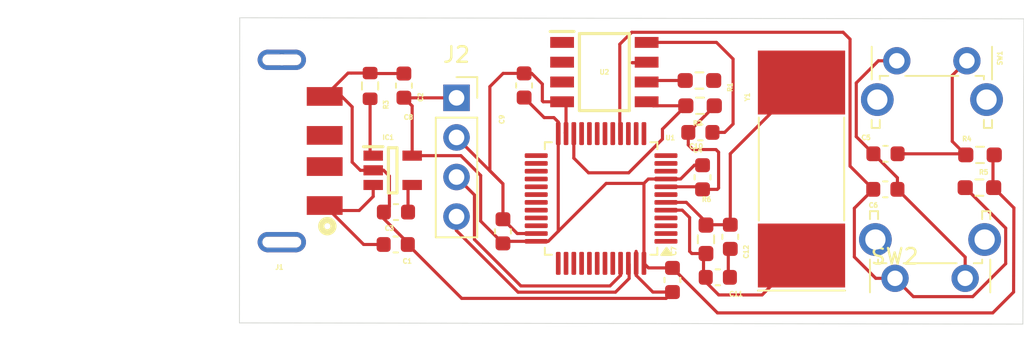
<source format=kicad_pcb>
(kicad_pcb (version 20240108) (generator "pcbnew") (generator_version "8.0")
  (layers (0 "F.Cu" signal) (31 "B.Cu" signal) (34 "B.Paste" user) (35 "F.Paste" user) (36 "B.SilkS" user "B.Silkscreen") (37 "F.SilkS" user "F.Silkscreen") (38 "B.Mask" user) (39 "F.Mask" user) (44 "Edge.Cuts" user))
  (net 0 "")
  (net 2 "GND")
  (net 3 "+3V3")
  (net 5 "/Oled_SDA")
  (net 6 "/Continue")
  (net 8 "/OSC_OUT")
  (net 11 "/EEPROM_SCL")
  (net 13 "/EEPROM_SDA")
  (net 23 "/Oled_SCL")
  (net 38 "/Reset")
  (net 40 "/OSC_IN")
  (net 43 "+5V")
  (net 44 "+3.3V")
  (net 45 "Net-(IC1-BP)")
  (net 50 "Net-(C11-Pad2)")
  (net 52 "unconnected-(U2-WP-Pad7)")
  (footprint "Capacitor_SMD:C_0603_1608Metric" (layer "F.Cu") (at 74.8975 57.5975 180)
    (property "Reference" "C4" (at 0.17 -1.14 360) (layer "F.SilkS") (effects (font (size 0.3 0.3) (thickness 0.075) (bold yes))))
    (property "Value" "1.1uF")
    (fp_line (start -0.14058 0.51) (end 0.14058 0.51) (stroke (width 0.12)) (layer "F.SilkS"))
    (fp_line (start -0.14058 -0.51) (end 0.14058 -0.51) (stroke (width 0.12)) (layer "F.SilkS"))
    (pad "1" smd roundrect (at -0.775 0 180) (size 0.9 0.95) (layers "F.Cu" "F.Paste" "F.Mask") (net 3 "+3V3"))
    (pad "2" smd roundrect (at 0.775 0 180) (size 0.9 0.95) (layers "F.Cu" "F.Paste" "F.Mask") (net 2 "GND"))
  )
  (footprint "Package_QFP:LQFP-48_7x7mm_P0.5mm" (layer "F.Cu") (at 68.5275 61.8375 180)
    (property "Reference" "U1" (at -4.4425 3.89 0) (layer "F.SilkS") (effects (font (size 0.3 0.3) (thickness 0.075))))
    (property "Value" "STM32F103C8Tx")
    (fp_line (start 3.61 3.61) (end 3.61 3.16) (stroke (width 0.12)) (layer "F.SilkS"))
    (fp_line (start 3.61 -3.61) (end 3.61 -3.16) (stroke (width 0.12)) (layer "F.SilkS"))
    (fp_line (start 3.16 3.61) (end 3.61 3.61) (stroke (width 0.12)) (layer "F.SilkS"))
    (fp_line (start 3.16 -3.61) (end 3.61 -3.61) (stroke (width 0.12)) (layer "F.SilkS"))
    (fp_line (start -3.16 3.61) (end -3.61 3.61) (stroke (width 0.12)) (layer "F.SilkS"))
    (fp_line (start -3.16 -3.61) (end -3.61 -3.61) (stroke (width 0.12)) (layer "F.SilkS"))
    (fp_line (start -3.61 3.61) (end -3.61 3.16) (stroke (width 0.12)) (layer "F.SilkS"))
    (fp_line (start -3.61 -3.61) (end -3.61 -3.16) (stroke (width 0.12)) (layer "F.SilkS"))
    (fp_poly (pts (xy -4.2 -3.16) (xy -4.54 -3.63) (xy -3.86 -3.63) (xy -4.2 -3.16)) (stroke (width 0.12)) (fill solid) (layer "F.SilkS"))
    (pad "1" smd roundrect (at -4.1625 -2.75 180) (size 1.475 0.3) (layers "F.Cu" "F.Paste" "F.Mask"))
    (pad "2" smd roundrect (at -4.1625 -2.25 180) (size 1.475 0.3) (layers "F.Cu" "F.Paste" "F.Mask"))
    (pad "3" smd roundrect (at -4.1625 -1.75 180) (size 1.475 0.3) (layers "F.Cu" "F.Paste" "F.Mask"))
    (pad "4" smd roundrect (at -4.1625 -1.25 180) (size 1.475 0.3) (layers "F.Cu" "F.Paste" "F.Mask"))
    (pad "5" smd roundrect (at -4.1625 -0.75 180) (size 1.475 0.3) (layers "F.Cu" "F.Paste" "F.Mask") (net 40 "/OSC_IN"))
    (pad "6" smd roundrect (at -4.1625 -0.25 180) (size 1.475 0.3) (layers "F.Cu" "F.Paste" "F.Mask") (net 8 "/OSC_OUT"))
    (pad "7" smd roundrect (at -4.1625 0.25 180) (size 1.475 0.3) (layers "F.Cu" "F.Paste" "F.Mask"))
    (pad "8" smd roundrect (at -4.1625 0.75 180) (size 1.475 0.3) (layers "F.Cu" "F.Paste" "F.Mask") (net 2 "GND"))
    (pad "9" smd roundrect (at -4.1625 1.25 180) (size 1.475 0.3) (layers "F.Cu" "F.Paste" "F.Mask") (net 44 "+3.3V"))
    (pad "10" smd roundrect (at -4.1625 1.75 180) (size 1.475 0.3) (layers "F.Cu" "F.Paste" "F.Mask"))
    (pad "11" smd roundrect (at -4.1625 2.25 180) (size 1.475 0.3) (layers "F.Cu" "F.Paste" "F.Mask"))
    (pad "12" smd roundrect (at -4.1625 2.75 180) (size 1.475 0.3) (layers "F.Cu" "F.Paste" "F.Mask"))
    (pad "13" smd roundrect (at -2.75 4.1625 180) (size 0.3 1.475) (layers "F.Cu" "F.Paste" "F.Mask"))
    (pad "14" smd roundrect (at -2.25 4.1625 180) (size 0.3 1.475) (layers "F.Cu" "F.Paste" "F.Mask"))
    (pad "15" smd roundrect (at -1.75 4.1625 180) (size 0.3 1.475) (layers "F.Cu" "F.Paste" "F.Mask") (net 38 "/Reset"))
    (pad "16" smd roundrect (at -1.25 4.1625 180) (size 0.3 1.475) (layers "F.Cu" "F.Paste" "F.Mask") (net 6 "/Continue"))
    (pad "17" smd roundrect (at -0.75 4.1625 180) (size 0.3 1.475) (layers "F.Cu" "F.Paste" "F.Mask"))
    (pad "18" smd roundrect (at -0.25 4.1625 180) (size 0.3 1.475) (layers "F.Cu" "F.Paste" "F.Mask"))
    (pad "19" smd roundrect (at 0.25 4.1625 180) (size 0.3 1.475) (layers "F.Cu" "F.Paste" "F.Mask"))
    (pad "20" smd roundrect (at 0.75 4.1625 180) (size 0.3 1.475) (layers "F.Cu" "F.Paste" "F.Mask"))
    (pad "21" smd roundrect (at 1.25 4.1625 180) (size 0.3 1.475) (layers "F.Cu" "F.Paste" "F.Mask") (net 11 "/EEPROM_SCL"))
    (pad "22" smd roundrect (at 1.75 4.1625 180) (size 0.3 1.475) (layers "F.Cu" "F.Paste" "F.Mask") (net 13 "/EEPROM_SDA"))
    (pad "23" smd roundrect (at 2.25 4.1625 180) (size 0.3 1.475) (layers "F.Cu" "F.Paste" "F.Mask") (net 2 "GND"))
    (pad "24" smd roundrect (at 2.75 4.1625 180) (size 0.3 1.475) (layers "F.Cu" "F.Paste" "F.Mask") (net 44 "+3.3V"))
    (pad "25" smd roundrect (at 4.1625 2.75 180) (size 1.475 0.3) (layers "F.Cu" "F.Paste" "F.Mask"))
    (pad "26" smd roundrect (at 4.1625 2.25 180) (size 1.475 0.3) (layers "F.Cu" "F.Paste" "F.Mask"))
    (pad "27" smd roundrect (at 4.1625 1.75 180) (size 1.475 0.3) (layers "F.Cu" "F.Paste" "F.Mask"))
    (pad "28" smd roundrect (at 4.1625 1.25 180) (size 1.475 0.3) (layers "F.Cu" "F.Paste" "F.Mask"))
    (pad "29" smd roundrect (at 4.1625 0.75 180) (size 1.475 0.3) (layers "F.Cu" "F.Paste" "F.Mask"))
    (pad "30" smd roundrect (at 4.1625 0.25 180) (size 1.475 0.3) (layers "F.Cu" "F.Paste" "F.Mask"))
    (pad "31" smd roundrect (at 4.1625 -0.25 180) (size 1.475 0.3) (layers "F.Cu" "F.Paste" "F.Mask"))
    (pad "32" smd roundrect (at 4.1625 -0.75 180) (size 1.475 0.3) (layers "F.Cu" "F.Paste" "F.Mask"))
    (pad "33" smd roundrect (at 4.1625 -1.25 180) (size 1.475 0.3) (layers "F.Cu" "F.Paste" "F.Mask"))
    (pad "34" smd roundrect (at 4.1625 -1.75 180) (size 1.475 0.3) (layers "F.Cu" "F.Paste" "F.Mask"))
    (pad "35" smd roundrect (at 4.1625 -2.25 180) (size 1.475 0.3) (layers "F.Cu" "F.Paste" "F.Mask") (net 2 "GND"))
    (pad "36" smd roundrect (at 4.1625 -2.75 180) (size 1.475 0.3) (layers "F.Cu" "F.Paste" "F.Mask") (net 44 "+3.3V"))
    (pad "37" smd roundrect (at 2.75 -4.1625 180) (size 0.3 1.475) (layers "F.Cu" "F.Paste" "F.Mask"))
    (pad "38" smd roundrect (at 2.25 -4.1625 180) (size 0.3 1.475) (layers "F.Cu" "F.Paste" "F.Mask"))
    (pad "39" smd roundrect (at 1.75 -4.1625 180) (size 0.3 1.475) (layers "F.Cu" "F.Paste" "F.Mask"))
    (pad "40" smd roundrect (at 1.25 -4.1625 180) (size 0.3 1.475) (layers "F.Cu" "F.Paste" "F.Mask"))
    (pad "41" smd roundrect (at 0.75 -4.1625 180) (size 0.3 1.475) (layers "F.Cu" "F.Paste" "F.Mask"))
    (pad "42" smd roundrect (at 0.25 -4.1625 180) (size 0.3 1.475) (layers "F.Cu" "F.Paste" "F.Mask"))
    (pad "43" smd roundrect (at -0.25 -4.1625 180) (size 0.3 1.475) (layers "F.Cu" "F.Paste" "F.Mask"))
    (pad "44" smd roundrect (at -0.75 -4.1625 180) (size 0.3 1.475) (layers "F.Cu" "F.Paste" "F.Mask"))
    (pad "45" smd roundrect (at -1.25 -4.1625 180) (size 0.3 1.475) (layers "F.Cu" "F.Paste" "F.Mask") (net 23 "/Oled_SCL"))
    (pad "46" smd roundrect (at -1.75 -4.1625 180) (size 0.3 1.475) (layers "F.Cu" "F.Paste" "F.Mask") (net 5 "/Oled_SDA"))
    (pad "47" smd roundrect (at -2.25 -4.1625 180) (size 0.3 1.475) (layers "F.Cu" "F.Paste" "F.Mask") (net 2 "GND"))
    (pad "48" smd roundrect (at -2.75 -4.1625 180) (size 0.3 1.475) (layers "F.Cu" "F.Paste" "F.Mask") (net 44 "+3.3V"))
  )
  (footprint "Connector_PinSocket_2.54mm:PinSocket_1x04_P2.54mm_Vertical" (layer "F.Cu") (at 59.25 55.38)
    (property "Reference" "J2" (at 0 -2.77 360) (layer "F.SilkS"))
    (property "Value" "Conn_01x04_Pin")
    (fp_line (start -1.33 1.27) (end -1.33 8.95) (stroke (width 0.12)) (layer "F.SilkS"))
    (fp_line (start -1.33 1.27) (end 1.33 1.27) (stroke (width 0.12)) (layer "F.SilkS"))
    (fp_line (start -1.33 8.95) (end 1.33 8.95) (stroke (width 0.12)) (layer "F.SilkS"))
    (fp_line (start 0 -1.33) (end 1.33 -1.33) (stroke (width 0.12)) (layer "F.SilkS"))
    (fp_line (start 1.33 -1.33) (end 1.33 0) (stroke (width 0.12)) (layer "F.SilkS"))
    (fp_line (start 1.33 1.27) (end 1.33 8.95) (stroke (width 0.12)) (layer "F.SilkS"))
    (pad "1" thru_hole rect (at 0 0) (size 1.7 1.7) (drill 1) (layers "*.Cu" "*.Mask") (net 44 "+3.3V"))
    (pad "2" thru_hole oval (at 0 2.54) (size 1.7 1.7) (drill 1) (layers "*.Cu" "*.Mask") (net 2 "GND"))
    (pad "3" thru_hole oval (at 0 5.08) (size 1.7 1.7) (drill 1) (layers "*.Cu" "*.Mask") (net 23 "/Oled_SCL"))
    (pad "4" thru_hole oval (at 0 7.62) (size 1.7 1.7) (drill 1) (layers "*.Cu" "*.Mask") (net 5 "/Oled_SDA"))
  )
  (footprint "Resistor_SMD:R_0603_1608Metric_Pad0.98x0.95mm_HandSolder" (layer "F.Cu") (at 74.8375 54.2675 180)
    (property "Reference" "R1" (at -1.97 -0.43 90) (layer "F.SilkS") (effects (font (size 0.3 0.3) (thickness 0.075) (bold yes))))
    (property "Value" "10K")
    (fp_line (start -0.254724 0.5225) (end 0.254724 0.5225) (stroke (width 0.12)) (layer "F.SilkS"))
    (fp_line (start -0.254724 -0.5225) (end 0.254724 -0.5225) (stroke (width 0.12)) (layer "F.SilkS"))
    (pad "1" smd roundrect (at -0.9125 0 180) (size 0.975 0.95) (layers "F.Cu" "F.Paste" "F.Mask") (net 2 "GND"))
    (pad "2" smd roundrect (at 0.9125 0 180) (size 0.975 0.95) (layers "F.Cu" "F.Paste" "F.Mask") (net 11 "/EEPROM_SCL"))
  )
  (footprint "Capacitor_SMD:C_0603_1608Metric" (layer "F.Cu") (at 55.8739 54.5951 90)
    (property "Reference" "C2" (at -0.745 1.07 90) (layer "F.SilkS") (effects (font (size 0.3 0.3) (thickness 0.075))))
    (property "Value" "2.2uF")
    (fp_line (start -0.14058 -0.51) (end 0.14058 -0.51) (stroke (width 0.12)) (layer "F.SilkS"))
    (fp_line (start -0.14058 0.51) (end 0.14058 0.51) (stroke (width 0.12)) (layer "F.SilkS"))
    (pad "1" smd roundrect (at -0.775 0 90) (size 0.9 0.95) (layers "F.Cu" "F.Paste" "F.Mask") (net 44 "+3.3V"))
    (pad "2" smd roundrect (at 0.775 0 90) (size 0.9 0.95) (layers "F.Cu" "F.Paste" "F.Mask") (net 2 "GND"))
  )
  (footprint "Capacitor_SMD:C_0603_1608Metric" (layer "F.Cu") (at 75.0375 60.4775 -90)
    (property "Reference" "C10" (at -1.99 0.41 180) (layer "F.SilkS") (effects (font (size 0.3 0.3) (thickness 0.075))))
    (property "Value" "100 nF")
    (fp_line (start -0.14058 0.51) (end 0.14058 0.51) (stroke (width 0.12)) (layer "F.SilkS"))
    (fp_line (start -0.14058 -0.51) (end 0.14058 -0.51) (stroke (width 0.12)) (layer "F.SilkS"))
    (pad "1" smd roundrect (at -0.775 0 270) (size 0.9 0.95) (layers "F.Cu" "F.Paste" "F.Mask") (net 44 "+3.3V"))
    (pad "2" smd roundrect (at 0.775 0 270) (size 0.9 0.95) (layers "F.Cu" "F.Paste" "F.Mask") (net 2 "GND"))
  )
  (footprint "Capacitor_SMD:C_0603_1608Metric" (layer "F.Cu") (at 55.3489 64.7901)
    (property "Reference" "C1" (at 0.74 1.07 0) (layer "F.SilkS") (effects (font (size 0.3 0.3) (thickness 0.075) (bold yes))))
    (property "Value" "2.2uF")
    (fp_line (start -0.14058 -0.51) (end 0.14058 -0.51) (stroke (width 0.12)) (layer "F.SilkS"))
    (fp_line (start -0.14058 0.51) (end 0.14058 0.51) (stroke (width 0.12)) (layer "F.SilkS"))
    (pad "1" smd roundrect (at -0.775 0) (size 0.9 0.95) (layers "F.Cu" "F.Paste" "F.Mask") (net 43 "+5V"))
    (pad "2" smd roundrect (at 0.775 0) (size 0.9 0.95) (layers "F.Cu" "F.Paste" "F.Mask") (net 2 "GND"))
  )
  (footprint "Resistor_SMD:R_0603_1608Metric_Pad0.98x0.95mm_HandSolder" (layer "F.Cu") (at 92.8425 59.04125 180)
    (property "Reference" "R4" (at 0.8425 1.03 360) (layer "F.SilkS") (effects (font (size 0.3 0.3) (thickness 0.075))))
    (property "Value" "10k")
    (fp_line (start -0.254724 0.5225) (end 0.254724 0.5225) (stroke (width 0.12)) (layer "F.SilkS"))
    (fp_line (start -0.254724 -0.5225) (end 0.254724 -0.5225) (stroke (width 0.12)) (layer "F.SilkS"))
    (pad "1" smd roundrect (at -0.9125 0 180) (size 0.975 0.95) (layers "F.Cu" "F.Paste" "F.Mask") (net 44 "+3.3V"))
    (pad "2" smd roundrect (at 0.9125 0 180) (size 0.975 0.95) (layers "F.Cu" "F.Paste" "F.Mask") (net 38 "/Reset"))
  )
  (footprint "Button_Switch_THT:SW_Tactile_SPST_Angled_PTS645Vx39-2LFS" (layer "F.Cu") (at 91.89 66.96125 180)
    (property "Reference" "SW2" (at 4.525 1.4025 180) (layer "F.SilkS"))
    (property "Value" "Continue")
    (fp_line (start 6.11 3.8) (end 6.11 4.31) (stroke (width 0.12)) (layer "F.SilkS"))
    (fp_line (start 6.11 -0.9) (end 6.11 1.2) (stroke (width 0.12)) (layer "F.SilkS"))
    (fp_line (start 5.59 4.31) (end 6.11 4.31) (stroke (width 0.12)) (layer "F.SilkS"))
    (fp_line (start 5.59 3.8) (end 5.59 4.31) (stroke (width 0.12)) (layer "F.SilkS"))
    (fp_line (start 5.59 0.97) (end 5.59 1.2) (stroke (width 0.12)) (layer "F.SilkS"))
    (fp_line (start 5.05 0.97) (end 5.59 0.97) (stroke (width 0.12)) (layer "F.SilkS"))
    (fp_line (start 0.55 0.97) (end 3.95 0.97) (stroke (width 0.12)) (layer "F.SilkS"))
    (fp_line (start -1.09 3.8) (end -1.09 4.31) (stroke (width 0.12)) (layer "F.SilkS"))
    (fp_line (start -1.09 0.97) (end -0.55 0.97) (stroke (width 0.12)) (layer "F.SilkS"))
    (fp_line (start -1.09 0.97) (end -1.09 1.2) (stroke (width 0.12)) (layer "F.SilkS"))
    (fp_line (start -1.61 4.31) (end -1.09 4.31) (stroke (width 0.12)) (layer "F.SilkS"))
    (fp_line (start -1.61 3.8) (end -1.61 4.31) (stroke (width 0.12)) (layer "F.SilkS"))
    (fp_line (start -1.61 -0.9) (end -1.61 1.2) (stroke (width 0.12)) (layer "F.SilkS"))
    (pad "" thru_hole circle (at -1.25 2.49 180) (size 2.1 2.1) (drill 1.3) (layers "*.Cu" "*.Mask"))
    (pad "" thru_hole circle (at 5.76 2.49 180) (size 2.1 2.1) (drill 1.3) (layers "*.Cu" "*.Mask"))
    (pad "1" thru_hole circle (at 0 0 180) (size 1.75 1.75) (drill 0.99) (layers "*.Cu" "*.Mask") (net 2 "GND"))
    (pad "2" thru_hole circle (at 4.5 0 180) (size 1.75 1.75) (drill 0.99) (layers "*.Cu" "*.Mask") (net 6 "/Continue"))
  )
  (footprint "Capacitor_SMD:C_0603_1608Metric" (layer "F.Cu") (at 76.8175 64.2975 90)
    (property "Reference" "C12" (at -0.96 1.02 -90) (layer "F.SilkS") (effects (font (size 0.3 0.3) (thickness 0.075))))
    (property "Value" "C_Small")
    (fp_line (start -0.14058 -0.51) (end 0.14058 -0.51) (stroke (width 0.12)) (layer "F.SilkS"))
    (fp_line (start -0.14058 0.51) (end 0.14058 0.51) (stroke (width 0.12)) (layer "F.SilkS"))
    (pad "1" smd roundrect (at -0.775 0 90) (size 0.9 0.95) (layers "F.Cu" "F.Paste" "F.Mask") (net 50 "Net-(C11-Pad2)"))
    (pad "2" smd roundrect (at 0.775 0 90) (size 0.9 0.95) (layers "F.Cu" "F.Paste" "F.Mask") (net 8 "/OSC_OUT"))
  )
  (footprint "Capacitor_SMD:C_0603_1608Metric" (layer "F.Cu") (at 86.7775 58.97125 180)
    (property "Reference" "C5" (at 1.25 1.04 360) (layer "F.SilkS") (effects (font (size 0.3 0.3) (thickness 0.075))))
    (property "Value" "10uF")
    (fp_line (start -0.14058 0.51) (end 0.14058 0.51) (stroke (width 0.12)) (layer "F.SilkS"))
    (fp_line (start -0.14058 -0.51) (end 0.14058 -0.51) (stroke (width 0.12)) (layer "F.SilkS"))
    (pad "1" smd roundrect (at -0.775 0 180) (size 0.9 0.95) (layers "F.Cu" "F.Paste" "F.Mask") (net 38 "/Reset"))
    (pad "2" smd roundrect (at 0.775 0 180) (size 0.9 0.95) (layers "F.Cu" "F.Paste" "F.Mask") (net 2 "GND"))
  )
  (footprint "Button_Switch_THT:SW_Tactile_SPST_Angled_PTS645Vx39-2LFS" (layer "F.Cu") (at 87.5025 53.00125)
    (property "Reference" "SW1" (at 6.62 -0.17 90) (layer "F.SilkS") (effects (font (size 0.3 0.3) (thickness 0.075))))
    (property "Value" "Reset")
    (fp_line (start -1.61 -0.9) (end -1.61 1.2) (stroke (width 0.12)) (layer "F.SilkS"))
    (fp_line (start -1.61 3.8) (end -1.61 4.31) (stroke (width 0.12)) (layer "F.SilkS"))
    (fp_line (start -1.61 4.31) (end -1.09 4.31) (stroke (width 0.12)) (layer "F.SilkS"))
    (fp_line (start -1.09 0.97) (end -1.09 1.2) (stroke (width 0.12)) (layer "F.SilkS"))
    (fp_line (start -1.09 0.97) (end -0.55 0.97) (stroke (width 0.12)) (layer "F.SilkS"))
    (fp_line (start -1.09 3.8) (end -1.09 4.31) (stroke (width 0.12)) (layer "F.SilkS"))
    (fp_line (start 0.55 0.97) (end 3.95 0.97) (stroke (width 0.12)) (layer "F.SilkS"))
    (fp_line (start 5.05 0.97) (end 5.59 0.97) (stroke (width 0.12)) (layer "F.SilkS"))
    (fp_line (start 5.59 0.97) (end 5.59 1.2) (stroke (width 0.12)) (layer "F.SilkS"))
    (fp_line (start 5.59 3.8) (end 5.59 4.31) (stroke (width 0.12)) (layer "F.SilkS"))
    (fp_line (start 5.59 4.31) (end 6.11 4.31) (stroke (width 0.12)) (layer "F.SilkS"))
    (fp_line (start 6.11 -0.9) (end 6.11 1.2) (stroke (width 0.12)) (layer "F.SilkS"))
    (fp_line (start 6.11 3.8) (end 6.11 4.31) (stroke (width 0.12)) (layer "F.SilkS"))
    (pad "" thru_hole circle (at -1.25 2.49) (size 2.1 2.1) (drill 1.3) (layers "*.Cu" "*.Mask"))
    (pad "" thru_hole circle (at 5.76 2.49) (size 2.1 2.1) (drill 1.3) (layers "*.Cu" "*.Mask"))
    (pad "1" thru_hole circle (at 0 0) (size 1.75 1.75) (drill 0.99) (layers "*.Cu" "*.Mask") (net 2 "GND"))
    (pad "2" thru_hole circle (at 4.5 0) (size 1.75 1.75) (drill 0.99) (layers "*.Cu" "*.Mask") (net 38 "/Reset"))
  )
  (footprint "Resistor_SMD:R_0603_1608Metric_Pad0.98x0.95mm_HandSolder" (layer "F.Cu") (at 75.2575 64.4575 90)
    (property "Reference" "R6" (at 2.5575 0.04 180) (layer "F.SilkS") (effects (font (size 0.3 0.3) (thickness 0.075))))
    (property "Value" "R")
    (fp_line (start -0.254724 -0.5225) (end 0.254724 -0.5225) (stroke (width 0.12)) (layer "F.SilkS"))
    (fp_line (start -0.254724 0.5225) (end 0.254724 0.5225) (stroke (width 0.12)) (layer "F.SilkS"))
    (pad "1" smd roundrect (at -0.9125 0 90) (size 0.975 0.95) (layers "F.Cu" "F.Paste" "F.Mask") (net 40 "/OSC_IN"))
    (pad "2" smd roundrect (at 0.9125 0 90) (size 0.975 0.95) (layers "F.Cu" "F.Paste" "F.Mask") (net 8 "/OSC_OUT"))
  )
  (footprint "Capacitor_SMD:C_0603_1608Metric" (layer "F.Cu") (at 55.3639 62.7101 180)
    (property "Reference" "C3" (at 0.42 -1.04 0) (layer "F.SilkS") (effects (font (size 0.3 0.3) (thickness 0.075) (bold yes))))
    (property "Value" "22nF")
    (fp_line (start -0.14058 0.51) (end 0.14058 0.51) (stroke (width 0.12)) (layer "F.SilkS"))
    (fp_line (start -0.14058 -0.51) (end 0.14058 -0.51) (stroke (width 0.12)) (layer "F.SilkS"))
    (pad "1" smd roundrect (at -0.775 0 180) (size 0.9 0.95) (layers "F.Cu" "F.Paste" "F.Mask") (net 45 "Net-(IC1-BP)"))
    (pad "2" smd roundrect (at 0.775 0 180) (size 0.9 0.95) (layers "F.Cu" "F.Paste" "F.Mask") (net 2 "GND"))
  )
  (footprint "Capacitor_SMD:C_0603_1608Metric" (layer "F.Cu") (at 86.7675 61.25125)
    (property "Reference" "C6" (at -0.77 1.02 360) (layer "F.SilkS") (effects (font (size 0.3 0.3) (thickness 0.075))))
    (property "Value" "10uF")
    (fp_line (start -0.14058 -0.51) (end 0.14058 -0.51) (stroke (width 0.12)) (layer "F.SilkS"))
    (fp_line (start -0.14058 0.51) (end 0.14058 0.51) (stroke (width 0.12)) (layer "F.SilkS"))
    (pad "1" smd roundrect (at -0.775 0) (size 0.9 0.95) (layers "F.Cu" "F.Paste" "F.Mask") (net 6 "/Continue"))
    (pad "2" smd roundrect (at 0.775 0) (size 0.9 0.95) (layers "F.Cu" "F.Paste" "F.Mask") (net 2 "GND"))
  )
  (footprint "Capacitor_SMD:C_0603_1608Metric" (layer "F.Cu") (at 62.23 63.945 90)
    (property "Reference" "C8" (at 7.32 -6.0675 360) (layer "F.SilkS") (effects (font (size 0.3 0.3) (thickness 0.075))))
    (property "Value" "100 nF")
    (fp_line (start -0.14058 -0.51) (end 0.14058 -0.51) (stroke (width 0.12)) (layer "F.SilkS"))
    (fp_line (start -0.14058 0.51) (end 0.14058 0.51) (stroke (width 0.12)) (layer "F.SilkS"))
    (pad "1" smd roundrect (at -0.775 0 90) (size 0.9 0.95) (layers "F.Cu" "F.Paste" "F.Mask") (net 44 "+3.3V"))
    (pad "2" smd roundrect (at 0.775 0 90) (size 0.9 0.95) (layers "F.Cu" "F.Paste" "F.Mask") (net 2 "GND"))
  )
  (footprint "KiCad:SOT94P279X130-5N" (layer "F.Cu") (at 55.1539 60.0301)
    (property "Reference" "IC1" (at -0.29 -2.11 0) (layer "F.SilkS") (effects (font (size 0.3 0.3))))
    (property "Value" "RT9193-33GB" (hide yes))
    (fp_line (start -1.875 -1.514) (end -0.625 -1.514) (stroke (width 0.2)) (layer "F.SilkS"))
    (fp_line (start -0.275 -1.448) (end 0.275 -1.448) (stroke (width 0.2)) (layer "F.SilkS"))
    (fp_line (start -0.275 1.448) (end -0.275 -1.448) (stroke (width 0.2)) (layer "F.SilkS"))
    (fp_line (start 0.275 -1.448) (end 0.275 1.448) (stroke (width 0.2)) (layer "F.SilkS"))
    (fp_line (start 0.275 1.448) (end -0.275 1.448) (stroke (width 0.2)) (layer "F.SilkS"))
    (pad "1" smd rect (at -1.25 -0.94 90) (size 0.65 1.25) (layers "F.Cu" "F.Paste" "F.Mask") (net 43 "+5V"))
    (pad "2" smd rect (at -1.25 0 90) (size 0.65 1.25) (layers "F.Cu" "F.Paste" "F.Mask") (net 2 "GND"))
    (pad "3" smd rect (at -1.25 0.94 90) (size 0.65 1.25) (layers "F.Cu" "F.Paste" "F.Mask") (net 43 "+5V"))
    (pad "4" smd rect (at 1.25 0.94 90) (size 0.65 1.25) (layers "F.Cu" "F.Paste" "F.Mask") (net 45 "Net-(IC1-BP)"))
    (pad "5" smd rect (at 1.25 -0.94 90) (size 0.65 1.25) (layers "F.Cu" "F.Paste" "F.Mask") (net 44 "+3.3V"))
  )
  (footprint "Crystal:Crystal_SMD_SeikoEpson_MA505-2Pin_12.7x5.1mm" (layer "F.Cu") (at 81.3875 59.9475 90)
    (property "Reference" "Y1" (at 4.62 -3.47 90) (layer "F.SilkS") (effects (font (size 0.3 0.3) (thickness 0.075))))
    (property "Value" "Crystal")
    (fp_line (start -7.8 -2.8) (end -7.8 2.8) (stroke (width 0.12)) (layer "F.SilkS"))
    (fp_line (start -3.3 -2.74) (end 3.3 -2.74) (stroke (width 0.12)) (layer "F.SilkS"))
    (fp_line (start -3.3 2.74) (end 3.3 2.74) (stroke (width 0.12)) (layer "F.SilkS"))
    (pad "1" smd rect (at -5.55 0 90) (size 4.1 5.6) (layers "F.Cu" "F.Paste" "F.Mask") (net 40 "/OSC_IN"))
    (pad "2" smd rect (at 5.55 0 90) (size 4.1 5.6) (layers "F.Cu" "F.Paste" "F.Mask") (net 8 "/OSC_OUT"))
  )
  (footprint "Capacitor_SMD:C_0603_1608Metric" (layer "F.Cu") (at 73.1075 67.0675 -90)
    (property "Reference" "C7" (at -1.855 -0.09 90) (layer "F.SilkS") (effects (font (size 0.3 0.3) (thickness 0.075))))
    (property "Value" "100nF")
    (fp_line (start -0.14058 0.51) (end 0.14058 0.51) (stroke (width 0.12)) (layer "F.SilkS"))
    (fp_line (start -0.14058 -0.51) (end 0.14058 -0.51) (stroke (width 0.12)) (layer "F.SilkS"))
    (pad "1" smd roundrect (at -0.775 0 270) (size 0.9 0.95) (layers "F.Cu" "F.Paste" "F.Mask") (net 44 "+3.3V"))
    (pad "2" smd roundrect (at 0.775 0 270) (size 0.9 0.95) (layers "F.Cu" "F.Paste" "F.Mask") (net 2 "GND"))
  )
  (footprint "Capacitor_SMD:C_0603_1608Metric" (layer "F.Cu") (at 76.0175 66.8975)
    (property "Reference" "C11" (at 1.17 1.07 180) (layer "F.SilkS") (effects (font (size 0.3 0.3) (thickness 0.075))))
    (property "Value" "C_Small")
    (fp_line (start -0.14058 -0.51) (end 0.14058 -0.51) (stroke (width 0.12)) (layer "F.SilkS"))
    (fp_line (start -0.14058 0.51) (end 0.14058 0.51) (stroke (width 0.12)) (layer "F.SilkS"))
    (pad "1" smd roundrect (at -0.775 0) (size 0.9 0.95) (layers "F.Cu" "F.Paste" "F.Mask") (net 40 "/OSC_IN"))
    (pad "2" smd roundrect (at 0.775 0) (size 0.9 0.95) (layers "F.Cu" "F.Paste" "F.Mask") (net 50 "Net-(C11-Pad2)"))
  )
  (footprint "Resistor_SMD:R_0603_1608Metric" (layer "F.Cu") (at 53.7039 54.6151 90)
    (property "Reference" "R3" (at -1.205 1.02 -90) (layer "F.SilkS") (effects (font (size 0.3 0.3) (thickness 0.075))))
    (property "Value" "100k")
    (fp_line (start -0.237258 -0.5225) (end 0.237258 -0.5225) (stroke (width 0.12)) (layer "F.SilkS"))
    (fp_line (start -0.237258 0.5225) (end 0.237258 0.5225) (stroke (width 0.12)) (layer "F.SilkS"))
    (pad "1" smd roundrect (at -0.825 0 90) (size 0.8 0.95) (layers "F.Cu" "F.Paste" "F.Mask") (net 43 "+5V"))
    (pad "2" smd roundrect (at 0.825 0 90) (size 0.8 0.95) (layers "F.Cu" "F.Paste" "F.Mask") (net 2 "GND"))
  )
  (footprint "Resistor_SMD:R_0603_1608Metric_Pad0.98x0.95mm_HandSolder" (layer "F.Cu") (at 92.805 61.14125 180)
    (property "Reference" "R5" (at -0.2725 0.99 360) (layer "F.SilkS") (effects (font (size 0.3 0.3) (thickness 0.075))))
    (property "Value" "10k")
    (fp_line (start -0.254724 0.5225) (end 0.254724 0.5225) (stroke (width 0.12)) (layer "F.SilkS"))
    (fp_line (start -0.254724 -0.5225) (end 0.254724 -0.5225) (stroke (width 0.12)) (layer "F.SilkS"))
    (pad "1" smd roundrect (at -0.9125 0 180) (size 0.975 0.95) (layers "F.Cu" "F.Paste" "F.Mask") (net 44 "+3.3V"))
    (pad "2" smd roundrect (at 0.9125 0 180) (size 0.975 0.95) (layers "F.Cu" "F.Paste" "F.Mask") (net 6 "/Continue"))
  )
  (footprint "Resistor_SMD:R_0603_1608Metric_Pad0.98x0.95mm_HandSolder" (layer "F.Cu") (at 74.8775 55.8875 180)
    (property "Reference" "R2" (at 0.16 -1.13 360) (layer "F.SilkS") (effects (font (size 0.3 0.3) (thickness 0.075) (bold yes))))
    (property "Value" "10K")
    (fp_line (start -0.254724 0.5225) (end 0.254724 0.5225) (stroke (width 0.12)) (layer "F.SilkS"))
    (fp_line (start -0.254724 -0.5225) (end 0.254724 -0.5225) (stroke (width 0.12)) (layer "F.SilkS"))
    (pad "1" smd roundrect (at -0.9125 0 180) (size 0.975 0.95) (layers "F.Cu" "F.Paste" "F.Mask") (net 2 "GND"))
    (pad "2" smd roundrect (at 0.9125 0 180) (size 0.975 0.95) (layers "F.Cu" "F.Paste" "F.Mask") (net 13 "/EEPROM_SDA"))
  )
  (footprint "USBA_Male:USBA_Male" (layer "F.Cu") (at 48.04 58.79 -90)
    (property "Reference" "J1" (at 7.4601 0.1561 0) (layer "F.SilkS") (effects (font (size 0.3 0.3) (thickness 0.075) (bold yes))))
    (property "Value" "USB1061-XX-X-X_REVA")
    (fp_line (start -6.35 0.9) (end -6.35 -0.9) (stroke (width 0.3)) (layer "F.Cu"))
    (fp_line (start 5.35 0.9) (end 5.35 -0.9) (stroke (width 0.3)) (layer "F.Cu"))
    (fp_line (start -5.35 -0.9) (end -5.35 0.9) (stroke (width 0.3)) (layer "F.Cu"))
    (fp_line (start 6.35 -0.9) (end 6.35 0.9) (stroke (width 0.3)) (layer "F.Cu"))
    (fp_arc (start -5.85 1.4) (mid -6.203553 1.253553) (end -6.35 0.9) (stroke (width 0.3)) (layer "F.Cu"))
    (fp_arc (start 5.85 1.4) (mid 5.496447 1.253553) (end 5.35 0.9) (stroke (width 0.3)) (layer "F.Cu"))
    (fp_arc (start -5.35 0.9) (mid -5.496447 1.253553) (end -5.85 1.4) (stroke (width 0.3)) (layer "F.Cu"))
    (fp_arc (start 6.35 0.9) (mid 6.203553 1.253553) (end 5.85 1.4) (stroke (width 0.3)) (layer "F.Cu"))
    (fp_arc (start -6.35 -0.9) (mid -6.203553 -1.253553) (end -5.85 -1.4) (stroke (width 0.3)) (layer "F.Cu"))
    (fp_arc (start 5.35 -0.9) (mid 5.496447 -1.253553) (end 5.85 -1.4) (stroke (width 0.3)) (layer "F.Cu"))
    (fp_arc (start -5.85 -1.4) (mid -5.496447 -1.253553) (end -5.35 -0.9) (stroke (width 0.3)) (layer "F.Cu"))
    (fp_arc (start 5.85 -1.4) (mid 6.203553 -1.253553) (end 6.35 -0.9) (stroke (width 0.3)) (layer "F.Cu"))
    (fp_line (start -6.35 0.9) (end -6.35 -0.9) (stroke (width 0.3)) (layer "B.Cu"))
    (fp_line (start 5.35 0.9) (end 5.35 -0.9) (stroke (width 0.3)) (layer "B.Cu"))
    (fp_line (start -5.35 -0.9) (end -5.35 0.9) (stroke (width 0.3)) (layer "B.Cu"))
    (fp_line (start 6.35 -0.9) (end 6.35 0.9) (stroke (width 0.3)) (layer "B.Cu"))
    (fp_arc (start -5.85 1.4) (mid -6.203553 1.253553) (end -6.35 0.9) (stroke (width 0.3)) (layer "B.Cu"))
    (fp_arc (start 5.85 1.4) (mid 5.496447 1.253553) (end 5.35 0.9) (stroke (width 0.3)) (layer "B.Cu"))
    (fp_arc (start -5.35 0.9) (mid -5.496447 1.253553) (end -5.85 1.4) (stroke (width 0.3)) (layer "B.Cu"))
    (fp_arc (start 6.35 0.9) (mid 6.203553 1.253553) (end 5.85 1.4) (stroke (width 0.3)) (layer "B.Cu"))
    (fp_arc (start -6.35 -0.9) (mid -6.203553 -1.253553) (end -5.85 -1.4) (stroke (width 0.3)) (layer "B.Cu"))
    (fp_arc (start 5.35 -0.9) (mid 5.496447 -1.253553) (end 5.85 -1.4) (stroke (width 0.3)) (layer "B.Cu"))
    (fp_arc (start -5.85 -1.4) (mid -5.496447 -1.253553) (end -5.35 -0.9) (stroke (width 0.3)) (layer "B.Cu"))
    (fp_arc (start 5.85 -1.4) (mid 6.203553 -1.253553) (end 6.35 -0.9) (stroke (width 0.3)) (layer "B.Cu"))
    (fp_circle (center 4.826 -2.921) (end 5.019441 -2.921) (stroke (width 0.4)) (fill none) (layer "F.SilkS"))
    (fp_line (start -6.2 0.9) (end -6.2 -0.9) (stroke (width 0.01)) (layer "Edge.Cuts"))
    (fp_line (start 5.5 0.9) (end 5.5 -0.9) (stroke (width 0.01)) (layer "Edge.Cuts"))
    (fp_line (start -5.5 -0.9) (end -5.5 0.9) (stroke (width 0.01)) (layer "Edge.Cuts"))
    (fp_line (start 6.2 -0.9) (end 6.2 0.9) (stroke (width 0.01)) (layer "Edge.Cuts"))
    (fp_arc (start -5.85 1.25) (mid -6.097487 1.147487) (end -6.2 0.9) (stroke (width 0.01)) (layer "Edge.Cuts"))
    (fp_arc (start 5.85 1.25) (mid 5.602513 1.147487) (end 5.5 0.9) (stroke (width 0.01)) (layer "Edge.Cuts"))
    (fp_arc (start -5.5 0.9) (mid -5.602513 1.147487) (end -5.85 1.25) (stroke (width 0.01)) (layer "Edge.Cuts"))
    (fp_arc (start 6.2 0.9) (mid 6.097487 1.147487) (end 5.85 1.25) (stroke (width 0.01)) (layer "Edge.Cuts"))
    (fp_arc (start -6.2 -0.9) (mid -6.097487 -1.147487) (end -5.85 -1.25) (stroke (width 0.01)) (layer "Edge.Cuts"))
    (fp_arc (start 5.5 -0.9) (mid 5.602513 -1.147487) (end 5.85 -1.25) (stroke (width 0.01)) (layer "Edge.Cuts"))
    (fp_arc (start -5.85 -1.25) (mid -5.602513 -1.147487) (end -5.5 -0.9) (stroke (width 0.01)) (layer "Edge.Cuts"))
    (fp_arc (start 5.85 -1.25) (mid 6.097487 -1.147487) (end 6.2 -0.9) (stroke (width 0.01)) (layer "Edge.Cuts"))
    (pad "" np_thru_hole circle (at -5.85 0 270) (size 0.7 0.7) (drill 0.7) (layers "*.Cu" "*.Mask"))
    (pad "" np_thru_hole circle (at -2.25 0 270) (size 1.1 1.1) (drill 1.1) (layers "*.Cu" "*.Mask"))
    (pad "" np_thru_hole circle (at 2.25 0 270) (size 1.1 1.1) (drill 1.1) (layers "*.Cu" "*.Mask"))
    (pad "" np_thru_hole circle (at 5.85 0 270) (size 0.3 0.3) (drill 0.7) (layers "*.Cu" "*.Mask"))
    (pad "1" smd rect (at 3.5 -2.75 270) (size 1.2 2.3) (layers "F.Cu" "F.Paste" "F.Mask") (net 43 "+5V"))
    (pad "2" smd rect (at 1 -2.75 270) (size 1.2 2.3) (layers "F.Cu" "F.Paste" "F.Mask"))
    (pad "3" smd rect (at -1 -2.75 270) (size 1.2 2.3) (layers "F.Cu" "F.Paste" "F.Mask"))
    (pad "4" smd rect (at -3.5 -2.75 270) (size 1.2 2.3) (layers "F.Cu" "F.Paste" "F.Mask") (net 2 "GND"))
    (pad "5" smd rect (at -5.85 -1.4 270) (size 0.2 0.2) (layers "F.Cu") (net 2 "GND"))
    (pad "6" smd rect (at 5.85 -1.4 270) (size 0.2 0.2) (layers "F.Cu") (net 2 "GND"))
  )
  (footprint "24C256:SOIC127P600X175-8N" (layer "F.Cu") (at 68.7375 53.7275)
    (property "Reference" "U2" (at 0 0 360) (layer "F.SilkS") (effects (font (size 0.3 0.3) (thickness 0.075) (bold yes))))
    (property "Value" "CAT24C256" (hide yes))
    (fp_line (start -3.475 -2.605) (end -1.95 -2.605) (stroke (width 0.2)) (layer "F.SilkS"))
    (fp_line (start -1.6 -2.472) (end 1.6 -2.472) (stroke (width 0.2)) (layer "F.SilkS"))
    (fp_line (start -1.6 2.472) (end -1.6 -2.472) (stroke (width 0.2)) (layer "F.SilkS"))
    (fp_line (start 1.6 -2.472) (end 1.6 2.472) (stroke (width 0.2)) (layer "F.SilkS"))
    (fp_line (start 1.6 2.472) (end -1.6 2.472) (stroke (width 0.2)) (layer "F.SilkS"))
    (pad "1" smd rect (at -2.712 -1.905 90) (size 0.7 1.525) (layers "F.Cu" "F.Paste" "F.Mask"))
    (pad "2" smd rect (at -2.712 -0.635 90) (size 0.7 1.525) (layers "F.Cu" "F.Paste" "F.Mask"))
    (pad "3" smd rect (at -2.712 0.635 90) (size 0.7 1.525) (layers "F.Cu" "F.Paste" "F.Mask"))
    (pad "4" smd rect (at -2.712 1.905 90) (size 0.7 1.525) (layers "F.Cu" "F.Paste" "F.Mask") (net 2 "GND"))
    (pad "5" smd rect (at 2.712 1.905 90) (size 0.7 1.525) (layers "F.Cu" "F.Paste" "F.Mask") (net 13 "/EEPROM_SDA"))
    (pad "6" smd rect (at 2.712 0.635 90) (size 0.7 1.525) (layers "F.Cu" "F.Paste" "F.Mask") (net 11 "/EEPROM_SCL"))
    (pad "7" smd rect (at 2.712 -0.635 90) (size 0.7 1.525) (layers "F.Cu" "F.Paste" "F.Mask") (net 52 "unconnected-(U2-WP-Pad7)"))
    (pad "8" smd rect (at 2.712 -1.905 90) (size 0.7 1.525) (layers "F.Cu" "F.Paste" "F.Mask") (net 3 "+3V3"))
  )
  (footprint "Capacitor_SMD:C_0603_1608Metric" (layer "F.Cu") (at 63.5875 54.585 90)
    (property "Reference" "C9" (at -2.1801 -1.4261 90) (layer "F.SilkS") (effects (font (size 0.3 0.3) (thickness 0.075))))
    (property "Value" "100nF")
    (fp_line (start -0.14058 -0.51) (end 0.14058 -0.51) (stroke (width 0.12)) (layer "F.SilkS"))
    (fp_line (start -0.14058 0.51) (end 0.14058 0.51) (stroke (width 0.12)) (layer "F.SilkS"))
    (pad "1" smd roundrect (at -0.775 0 90) (size 0.9 0.95) (layers "F.Cu" "F.Paste" "F.Mask") (net 44 "+3.3V"))
    (pad "2" smd roundrect (at 0.775 0 90) (size 0.9 0.95) (layers "F.Cu" "F.Paste" "F.Mask") (net 2 "GND"))
  )
  (gr_line (start 95.59 69.9) (end 45.32 69.82) (stroke (width 0.05)) (layer "Edge.Cuts"))
  (gr_line (start 45.34 50.24) (end 95.66 50.31) (stroke (width 0.05)) (layer "Edge.Cuts"))
  (gr_line (start 95.66 50.31) (end 95.59 69.9) (stroke (width 0.05)) (layer "Edge.Cuts"))
  (gr_line (start 45.32 69.82) (end 45.34 50.24) (stroke (width 0.05)) (layer "Edge.Cuts"))
  (segment (start 66.2275 57.625) (end 66.2775 57.675) (width 0.2) (layer "F.Cu") (net 2))
  (segment (start 75.79 55.93) (end 74.1225 57.5975) (width 0.2) (layer "F.Cu") (net 2))
  (segment (start 54.9439 62.3551) (end 54.9439 60.4001) (width 0.2) (layer "F.Cu") (net 2))
  (segment (start 52.5539 55.9601) (end 52.5539 59.5051) (width 0.2) (layer "F.Cu") (net 2))
  (segment (start 73.1075 67.8425) (end 71.85009 67.8425) (width 0.2) (layer "F.Cu") (net 2))
  (segment (start 64.365 64.0875) (end 63.1475 64.0875) (width 0.2) (layer "F.Cu") (net 2))
  (segment (start 70.7775 66.76991) (end 70.7775 66) (width 0.2) (layer "F.Cu") (net 2))
  (segment (start 59.25 57.92) (end 62.23 60.9) (width 0.2) (layer "F.Cu") (net 2))
  (segment (start 59.5838 68.25) (end 56.1239 64.7901) (width 0.2) (layer "F.Cu") (net 2))
  (segment (start 76.0675 58.8675) (end 75.8975 58.6975) (width 0.2) (layer "F.Cu") (net 2))
  (segment (start 85.9925 58.98125) (end 86.0025 58.97125) (width 0.2) (layer "F.Cu") (net 2))
  (segment (start 50.79 55.29) (end 52.2899 53.7901) (width 0.2) (layer "F.Cu") (net 2))
  (segment (start 75.0375 61.2525) (end 74.8725 61.0875) (width 0.2) (layer "F.Cu") (net 2))
  (segment (start 63.1475 64.0875) (end 62.23 63.17) (width 0.2) (layer "F.Cu") (net 2))
  (segment (start 87.5425 60.51125) (end 86.0025 58.97125) (width 0.2) (layer "F.Cu") (net 2))
  (segment (start 53.7339 53.8201) (end 53.7039 53.7901) (width 0.2) (layer "F.Cu") (net 2))
  (segment (start 66.2775 55.8845) (end 66.0255 55.6325) (width 0.2) (layer "F.Cu") (net 2))
  (segment (start 52.5039 53.7901) (end 53.7039 53.7901) (width 0.2) (layer "F.Cu") (net 2))
  (segment (start 63.5875 53.81) (end 62.24 53.81) (width 0.2) (layer "F.Cu") (net 2))
  (segment (start 53.0789 60.0301) (end 53.9039 60.0301) (width 0.2) (layer "F.Cu") (net 2))
  (segment (start 64.7575 54.495) (end 64.0725 53.81) (width 0.2) (layer "F.Cu") (net 2))
  (segment (start 53.7889 53.8751) (end 53.7039 53.7901) (width 0.2) (layer "F.Cu") (net 2))
  (segment (start 74.1225 58.4025) (end 74.1225 57.5975) (width 0.2) (layer "F.Cu") (net 2))
  (segment (start 52.5539 59.5051) (end 53.0789 60.0301) (width 0.2) (layer "F.Cu") (net 2))
  (segment (start 55.9339 53.8801) (end 55.8739 53.8201) (width 0.2) (layer "F.Cu") (net 2))
  (segment (start 70.7775 66) (end 70.7775 65.23009) (width 0.2) (layer "F.Cu") (net 2))
  (segment (start 73.1075 67.8425) (end 72.7 68.25) (width 0.2) (layer "F.Cu") (net 2))
  (segment (start 74.8725 61.0875) (end 72.69 61.0875) (width 0.2) (layer "F.Cu") (net 2))
  (segment (start 56.1239 64.7901) (end 56.1239 64.6801) (width 0.2) (layer "F.Cu") (net 2))
  (segment (start 54.5889 62.7101) (end 54.9439 62.3551) (width 0.2) (layer "F.Cu") (net 2))
  (segment (start 62.23 60.9) (end 62.23 63.17) (width 0.2) (layer "F.Cu") (net 2))
  (segment (start 64.815 55.6325) (end 64.7575 55.575) (width 0.2) (layer "F.Cu") (net 2))
  (segment (start 86.0025 58.97125) (end 84.9025 57.87125) (width 0.2) (layer "F.Cu") (net 2))
  (segment (start 64.0725 53.81) (end 63.5875 53.81) (width 0.2) (layer "F.Cu") (net 2))
  (segment (start 84.9025 54.42125) (end 86.3225 53.00125) (width 0.2) (layer "F.Cu") (net 2))
  (segment (start 64.7575 55.575) (end 64.7575 54.495) (width 0.2) (layer "F.Cu") (net 2))
  (segment (start 55.8739 53.5101) (end 55.8739 53.8201) (width 0.2) (layer "F.Cu") (net 2))
  (segment (start 54.5739 60.0301) (end 53.9039 60.0301) (width 0.2) (layer "F.Cu") (net 2))
  (segment (start 74.4175 58.6975) (end 74.1225 58.4025) (width 0.2) (layer "F.Cu") (net 2))
  (segment (start 75.9825 61.2525) (end 76.0675 61.1675) (width 0.2) (layer "F.Cu") (net 2))
  (segment (start 61.39 54.66) (end 61.39 60.06) (width 0.2) (layer "F.Cu") (net 2))
  (segment (start 75.79 55.8875) (end 75.79 55.93) (width 0.2) (layer "F.Cu") (net 2))
  (segment (start 54.9439 60.4001) (end 54.5739 60.0301) (width 0.2) (layer "F.Cu") (net 2))
  (segment (start 62.24 53.81) (end 61.39 54.66) (width 0.2) (layer "F.Cu") (net 2))
  (segment (start 54.5889 63.1451) (end 54.5889 62.7101) (width 0.2) (layer "F.Cu") (net 2))
  (segment (start 51.8838 55.29) (end 52.5539 55.9601) (width 0.2) (layer "F.Cu") (net 2))
  (segment (start 76.0675 61.1675) (end 76.0675 58.8675) (width 0.2) (layer "F.Cu") (net 2))
  (segment (start 75.0375 61.2525) (end 75.9825 61.2525) (width 0.2) (layer "F.Cu") (net 2))
  (segment (start 87.6525 61.14125) (end 87.5425 61.25125) (width 0.2) (layer "F.Cu") (net 2))
  (segment (start 52.2899 53.7901) (end 52.5039 53.7901) (width 0.2) (layer "F.Cu") (net 2))
  (segment (start 66.2775 57.675) (end 66.2775 55.8845) (width 0.2) (layer "F.Cu") (net 2))
  (segment (start 72.7 68.25) (end 59.5838 68.25) (width 0.2) (layer "F.Cu") (net 2))
  (segment (start 91.89 65.59875) (end 87.5425 61.25125) (width 0.2) (layer "F.Cu") (net 2))
  (segment (start 55.8739 53.8201) (end 53.7339 53.8201) (width 0.2) (layer "F.Cu") (net 2))
  (segment (start 66.0255 55.6325) (end 64.815 55.6325) (width 0.2) (layer "F.Cu") (net 2))
  (segment (start 86.3225 53.00125) (end 87.5025 53.00125) (width 0.2) (layer "F.Cu") (net 2))
  (segment (start 84.9025 57.87125) (end 84.9025 54.42125) (width 0.2) (layer "F.Cu") (net 2))
  (segment (start 91.89 66.96125) (end 91.89 65.59875) (width 0.2) (layer "F.Cu") (net 2))
  (segment (start 56.1239 64.6801) (end 54.5889 63.1451) (width 0.2) (layer "F.Cu") (net 2))
  (segment (start 75.8975 58.6975) (end 74.4175 58.6975) (width 0.2) (layer "F.Cu") (net 2))
  (segment (start 61.39 60.06) (end 62.23 60.9) (width 0.2) (layer "F.Cu") (net 2))
  (segment (start 71.85009 67.8425) (end 70.7775 66.76991) (width 0.2) (layer "F.Cu") (net 2))
  (segment (start 50.79 55.29) (end 51.8838 55.29) (width 0.2) (layer "F.Cu") (net 2))
  (segment (start 87.5425 61.25125) (end 87.5425 60.51125) (width 0.2) (layer "F.Cu") (net 2))
  (segment (start 75.9325 51.8225) (end 71.4495 51.8225) (width 0.2) (layer "F.Cu") (net 3))
  (segment (start 76.9975 52.8875) (end 75.9325 51.8225) (width 0.2) (layer "F.Cu") (net 3))
  (segment (start 75.6725 57.5975) (end 76.4575 57.5975) (width 0.2) (layer "F.Cu") (net 3))
  (segment (start 76.9975 57.0575) (end 76.9975 52.8875) (width 0.2) (layer "F.Cu") (net 3))
  (segment (start 76.4575 57.5975) (end 76.9975 57.0575) (width 0.2) (layer "F.Cu") (net 3))
  (segment (start 70.3275 66.9725) (end 70.3275 66.05) (width 0.2) (layer "F.Cu") (net 5))
  (segment (start 59.25 63) (end 59.24 63.01) (width 0.2) (layer "F.Cu") (net 5))
  (segment (start 69.45 67.85) (end 70.3275 66.9725) (width 0.2) (layer "F.Cu") (net 5))
  (segment (start 59.24 63.89) (end 63.2 67.85) (width 0.2) (layer "F.Cu") (net 5))
  (segment (start 63.2 67.85) (end 69.45 67.85) (width 0.2) (layer "F.Cu") (net 5))
  (segment (start 59.24 63.01) (end 59.24 63.89) (width 0.2) (layer "F.Cu") (net 5))
  (segment (start 84.06 51.1725) (end 70.4925 51.1725) (width 0.2) (layer "F.Cu") (net 6))
  (segment (start 88.565 68.13625) (end 92.376701 68.13625) (width 0.2) (layer "F.Cu") (net 6))
  (segment (start 69.7275 51.9375) (end 69.7275 58.0475) (width 0.2) (layer "F.Cu") (net 6))
  (segment (start 85.9925 61.25125) (end 84.5025 59.76125) (width 0.2) (layer "F.Cu") (net 6))
  (segment (start 87.39 66.96125) (end 88.565 68.13625) (width 0.2) (layer "F.Cu") (net 6))
  (segment (start 84.78 62.46375) (end 85.9925 61.25125) (width 0.2) (layer "F.Cu") (net 6))
  (segment (start 70.4925 51.1725) (end 69.7275 51.9375) (width 0.2) (layer "F.Cu") (net 6))
  (segment (start 87.39 66.96125) (end 86.152564 66.96125) (width 0.2) (layer "F.Cu") (net 6))
  (segment (start 92.376701 68.13625) (end 94.49 66.022951) (width 0.2) (layer "F.Cu") (net 6))
  (segment (start 84.78 65.588686) (end 84.78 62.46375) (width 0.2) (layer "F.Cu") (net 6))
  (segment (start 86.152564 66.96125) (end 84.78 65.588686) (width 0.2) (layer "F.Cu") (net 6))
  (segment (start 94.49 66.022951) (end 94.49 63.73875) (width 0.2) (layer "F.Cu") (net 6))
  (segment (start 84.5025 51.615) (end 84.06 51.1725) (width 0.2) (layer "F.Cu") (net 6))
  (segment (start 94.49 63.73875) (end 91.8925 61.14125) (width 0.2) (layer "F.Cu") (net 6))
  (segment (start 84.5025 59.76125) (end 84.5025 51.615) (width 0.2) (layer "F.Cu") (net 6))
  (segment (start 75.2575 63.3475) (end 73.9975 62.0875) (width 0.2) (layer "F.Cu") (net 8))
  (segment (start 73.9975 62.0875) (end 72.69 62.0875) (width 0.2) (layer "F.Cu") (net 8))
  (segment (start 76.8175 63.5225) (end 75.28 63.5225) (width 0.2) (layer "F.Cu") (net 8))
  (segment (start 75.28 63.5225) (end 75.2575 63.545) (width 0.2) (layer "F.Cu") (net 8))
  (segment (start 76.8175 58.9675) (end 76.8175 63.5225) (width 0.2) (layer "F.Cu") (net 8))
  (segment (start 75.2575 63.545) (end 75.2575 63.3475) (width 0.2) (layer "F.Cu") (net 8))
  (segment (start 72.705 62.1025) (end 72.69 62.0875) (width 0.2) (layer "F.Cu") (net 8))
  (segment (start 81.3875 54.3975) (end 76.8175 58.9675) (width 0.2) (layer "F.Cu") (net 8))
  (segment (start 73.925 54.2675) (end 71.5445 54.2675) (width 0.2) (layer "F.Cu") (net 11))
  (segment (start 71.5445 54.2675) (end 71.4495 54.3625) (width 0.2) (layer "F.Cu") (net 11))
  (segment (start 71.6275 55.6375) (end 71.4545 55.6375) (width 0.2) (layer "F.Cu") (net 13))
  (segment (start 67.72 60.19) (end 70.3 60.19) (width 0.2) (layer "F.Cu") (net 13))
  (segment (start 66.7775 57.675) (end 66.7775 59.2475) (width 0.2) (layer "F.Cu") (net 13))
  (segment (start 70.3 60.19) (end 72.465 58.025) (width 0.2) (layer "F.Cu") (net 13))
  (segment (start 71.4545 55.6375) (end 71.4495 55.6325) (width 0.2) (layer "F.Cu") (net 13))
  (segment (start 66.7775 59.2475) (end 67.72 60.19) (width 0.2) (layer "F.Cu") (net 13))
  (segment (start 71.8775 55.8875) (end 71.6275 55.6375) (width 0.2) (layer "F.Cu") (net 13))
  (segment (start 72.465 57.3875) (end 73.965 55.8875) (width 0.2) (layer "F.Cu") (net 13))
  (segment (start 73.965 55.8875) (end 71.8775 55.8875) (width 0.2) (layer "F.Cu") (net 13))
  (segment (start 72.465 58.025) (end 72.465 57.3875) (width 0.2) (layer "F.Cu") (net 13))
  (segment (start 59.7839 60.3501) (end 59.4839 60.3501) (width 0.2) (layer "F.Cu") (net 23))
  (segment (start 69.09741 67.45) (end 69.7775 66.76991) (width 0.2) (layer "F.Cu") (net 23))
  (segment (start 63.38 67.45) (end 69.09741 67.45) (width 0.2) (layer "F.Cu") (net 23))
  (segment (start 60.4 64.47) (end 60.4 61.61) (width 0.2) (layer "F.Cu") (net 23))
  (segment (start 63.38 67.45) (end 60.4 64.47) (width 0.2) (layer "F.Cu") (net 23))
  (segment (start 60.4 61.61) (end 59.25 60.46) (width 0.2) (layer "F.Cu") (net 23))
  (segment (start 69.7775 66.76991) (end 69.7775 66) (width 0.2) (layer "F.Cu") (net 23))
  (segment (start 91.93 59.04125) (end 91.7525 59.04125) (width 0.2) (layer "F.Cu") (net 38))
  (segment (start 91.6825 58.97125) (end 87.5525 58.97125) (width 0.2) (layer "F.Cu") (net 38))
  (segment (start 91.0625 53.94125) (end 92.0025 53.00125) (width 0.2) (layer "F.Cu") (net 38))
  (segment (start 91.7525 59.04125) (end 91.6825 58.97125) (width 0.2) (layer "F.Cu") (net 38))
  (segment (start 87.5525 58.97125) (end 88.057502 58.97125) (width 0.2) (layer "F.Cu") (net 38))
  (segment (start 91.0625 58.17375) (end 91.0625 53.94125) (width 0.2) (layer "F.Cu") (net 38))
  (segment (start 91.93 59.04125) (end 91.0625 58.17375) (width 0.2) (layer "F.Cu") (net 38))
  (segment (start 91.8925 58.97375) (end 91.85 58.93125) (width 0.2) (layer "F.Cu") (net 38))
  (segment (start 75.1 66.755) (end 75.1 65.5275) (width 0.2) (layer "F.Cu") (net 40))
  (segment (start 78.8575 68.0275) (end 76.0775 68.0275) (width 0.2) (layer "F.Cu") (net 40))
  (segment (start 75.2425 66.8975) (end 75.1 66.755) (width 0.2) (layer "F.Cu") (net 40))
  (segment (start 76.0775 68.0275) (end 75.2425 67.1925) (width 0.2) (layer "F.Cu") (net 40))
  (segment (start 74.35 65.37) (end 74.2075 65.2275) (width 0.2) (layer "F.Cu") (net 40))
  (segment (start 75.1 65.5275) (end 75.2575 65.37) (width 0.2) (layer "F.Cu") (net 40))
  (segment (start 74.2075 63.060686) (end 73.734314 62.5875) (width 0.2) (layer "F.Cu") (net 40))
  (segment (start 75.2575 65.37) (end 74.35 65.37) (width 0.2) (layer "F.Cu") (net 40))
  (segment (start 81.3875 65.4975) (end 78.8575 68.0275) (width 0.2) (layer "F.Cu") (net 40))
  (segment (start 81.7775 67.1875) (end 81.8475 67.1175) (width 0.2) (layer "F.Cu") (net 40))
  (segment (start 73.734314 62.5875) (end 72.69 62.5875) (width 0.2) (layer "F.Cu") (net 40))
  (segment (start 75.2425 67.1925) (end 75.2425 66.8975) (width 0.2) (layer "F.Cu") (net 40))
  (segment (start 74.2075 65.2275) (end 74.2075 63.060686) (width 0.2) (layer "F.Cu") (net 40))
  (segment (start 53.9039 61.7101) (end 53.0039 62.6101) (width 0.2) (layer "F.Cu") (net 43))
  (segment (start 53.0039 62.6101) (end 51.8999 62.6101) (width 0.2) (layer "F.Cu") (net 43))
  (segment (start 53.2901 64.7901) (end 54.5739 64.7901) (width 0.2) (layer "F.Cu") (net 43))
  (segment (start 50.79 62.29) (end 53.2901 64.7901) (width 0.2) (layer "F.Cu") (net 43))
  (segment (start 53.9039 60.9701) (end 53.9039 61.7101) (width 0.2) (layer "F.Cu") (net 43))
  (segment (start 50.9438 62.29) (end 50.79 62.29) (width 0.2) (layer "F.Cu") (net 43))
  (segment (start 53.7039 58.8901) (end 53.9039 59.0901) (width 0.2) (layer "F.Cu") (net 43))
  (segment (start 53.7039 55.4401) (end 53.7039 58.8901) (width 0.2) (layer "F.Cu") (net 43))
  (segment (start 59.25 55.38) (end 55.8838 55.38) (width 0.2) (layer "F.Cu") (net 44))
  (segment (start 65.7775 57.675) (end 65.7775 63.94491) (width 0.2) (layer "F.Cu") (net 44))
  (segment (start 75.995 69.18) (end 93.66 69.18) (width 0.2) (layer "F.Cu") (net 44))
  (segment (start 93.675 58.93125) (end 93.675 61.09875) (width 0.2) (layer "F.Cu") (net 44))
  (segment (start 74.515 59.7025) (end 73.63 60.5875) (width 0.2) (layer "F.Cu") (net 44))
  (segment (start 64.365 64.5875) (end 62.3625 64.5875) (width 0.2) (layer "F.Cu") (net 44))
  (segment (start 59.3839 55.3701) (end 59.4839 55.2701) (width 0.2) (layer "F.Cu") (net 44))
  (segment (start 93.66 69.18) (end 94.997348 67.842652) (width 0.2) (layer "F.Cu") (net 44))
  (segment (start 73.63 60.5875) (end 72.69 60.5875) (width 0.2) (layer "F.Cu") (net 44))
  (segment (start 93.675 61.09875) (end 93.7175 61.14125) (width 0.2) (layer "F.Cu") (net 44))
  (segment (start 71.57 66.2925) (end 71.2775 66) (width 0.2) (layer "F.Cu") (net 44))
  (segment (start 64.875 56.6475) (end 63.5875 55.36) (width 0.2) (layer "F.Cu") (net 44))
  (segment (start 73.1075 66.2925) (end 71.57 66.2925) (width 0.2) (layer "F.Cu") (net 44))
  (segment (start 94.997348 67.842652) (end 95.016651 62.440506) (width 0.2) (layer "F.Cu") (net 44))
  (segment (start 71.56 60.5875) (end 71.2775 60.87) (width 0.2) (layer "F.Cu") (net 44))
  (segment (start 95.016651 62.440506) (end 95.016651 62.440401) (width 0.2) (layer "F.Cu") (net 44))
  (segment (start 62.3625 64.5875) (end 62.23 64.72) (width 0.2) (layer "F.Cu") (net 44))
  (segment (start 65.4975 56.6475) (end 64.875 56.6475) (width 0.2) (layer "F.Cu") (net 44))
  (segment (start 59.5301 59.0901) (end 56.4039 59.0901) (width 0.2) (layer "F.Cu") (net 44))
  (segment (start 65.7775 57.675) (end 65.7775 56.9275) (width 0.2) (layer "F.Cu") (net 44))
  (segment (start 95.016651 62.440401) (end 93.7175 61.14125) (width 0.2) (layer "F.Cu") (net 44))
  (segment (start 65.7775 57.675) (end 65.7775 57.5025) (width 0.2) (layer "F.Cu") (net 44))
  (segment (start 65.7775 56.9275) (end 65.4975 56.6475) (width 0.2) (layer "F.Cu") (net 44))
  (segment (start 55.8838 55.38) (end 55.8739 55.3701) (width 0.2) (layer "F.Cu") (net 44))
  (segment (start 62.23 64.72) (end 60.8 63.29) (width 0.2) (layer "F.Cu") (net 44))
  (segment (start 71.2775 60.87) (end 68.85241 60.87) (width 0.2) (layer "F.Cu") (net 44))
  (segment (start 56.4039 59.0901) (end 56.4039 55.9001) (width 0.2) (layer "F.Cu") (net 44))
  (segment (start 68.85241 60.87) (end 65.7775 63.94491) (width 0.2) (layer "F.Cu") (net 44))
  (segment (start 56.2739 58.9601) (end 56.4039 59.0901) (width 0.2) (layer "F.Cu") (net 44))
  (segment (start 56.4039 55.9001) (end 55.8739 55.3701) (width 0.2) (layer "F.Cu") (net 44))
  (segment (start 60.8 60.36) (end 59.5301 59.0901) (width 0.2) (layer "F.Cu") (net 44))
  (segment (start 71.2775 60.87) (end 71.2775 66) (width 0.2) (layer "F.Cu") (net 44))
  (segment (start 72.69 60.5875) (end 71.56 60.5875) (width 0.2) (layer "F.Cu") (net 44))
  (segment (start 73.1075 66.2925) (end 75.995 69.18) (width 0.2) (layer "F.Cu") (net 44))
  (segment (start 75.0375 59.7025) (end 74.515 59.7025) (width 0.2) (layer "F.Cu") (net 44))
  (segment (start 60.8 63.29) (end 60.8 60.36) (width 0.2) (layer "F.Cu") (net 44))
  (segment (start 65.13491 64.5875) (end 64.365 64.5875) (width 0.2) (layer "F.Cu") (net 44))
  (segment (start 65.7775 63.94491) (end 65.13491 64.5875) (width 0.2) (layer "F.Cu") (net 44))
  (segment (start 56.1389 62.7101) (end 56.1389 61.2351) (width 0.2) (layer "F.Cu") (net 45))
  (segment (start 56.1389 61.2351) (end 56.4039 60.9701) (width 0.2) (layer "F.Cu") (net 45))
  (segment (start 76.69 65.2) (end 76.69 66.795) (width 0.2) (layer "F.Cu") (net 50))
  (segment (start 76.69 66.795) (end 76.7925 66.8975) (width 0.2) (layer "F.Cu") (net 50))
  (segment (start 76.8175 65.0725) (end 76.69 65.2) (width 0.2) (layer "F.Cu") (net 50))
  (segment (start 71.4425 53.125) (end 70.5195 53.125) (width 0.2) (layer "F.Cu") (net 52))
  (segment (start 70.5195 53.125) (end 70.962 53.125) (width 0.2) (layer "F.Cu") (net 52))
)
</source>
